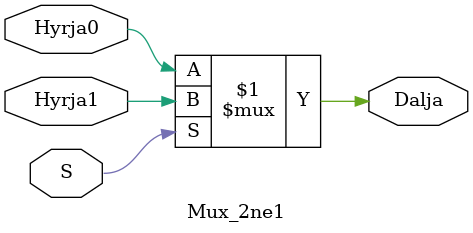
<source format=v>
`timescale 1ns / 1ps


module Mux_2ne1(
    input Hyrja0,
    input Hyrja1,
    input S,
    output Dalja
    );
    
    assign Dalja= S ? Hyrja1 : Hyrja0;
endmodule


</source>
